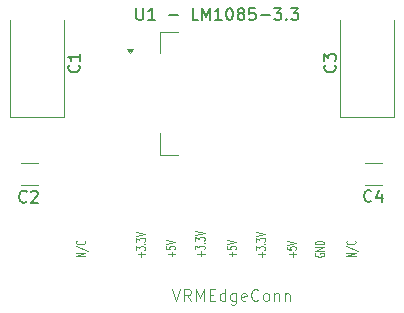
<source format=gbr>
%TF.GenerationSoftware,KiCad,Pcbnew,8.0.1*%
%TF.CreationDate,2024-05-13T16:53:06-04:00*%
%TF.ProjectId,LM1085,4c4d3130-3835-42e6-9b69-6361645f7063,rev?*%
%TF.SameCoordinates,Original*%
%TF.FileFunction,Legend,Top*%
%TF.FilePolarity,Positive*%
%FSLAX46Y46*%
G04 Gerber Fmt 4.6, Leading zero omitted, Abs format (unit mm)*
G04 Created by KiCad (PCBNEW 8.0.1) date 2024-05-13 16:53:06*
%MOMM*%
%LPD*%
G01*
G04 APERTURE LIST*
%ADD10C,0.100000*%
%ADD11C,0.150000*%
%ADD12C,0.120000*%
G04 APERTURE END LIST*
D10*
X156173293Y-117993342D02*
X156173293Y-117612390D01*
X156478055Y-117802866D02*
X155868531Y-117802866D01*
X155678055Y-117421913D02*
X155678055Y-117112389D01*
X155678055Y-117112389D02*
X155982817Y-117279056D01*
X155982817Y-117279056D02*
X155982817Y-117207627D01*
X155982817Y-117207627D02*
X156020912Y-117160008D01*
X156020912Y-117160008D02*
X156059007Y-117136199D01*
X156059007Y-117136199D02*
X156135198Y-117112389D01*
X156135198Y-117112389D02*
X156325674Y-117112389D01*
X156325674Y-117112389D02*
X156401864Y-117136199D01*
X156401864Y-117136199D02*
X156439960Y-117160008D01*
X156439960Y-117160008D02*
X156478055Y-117207627D01*
X156478055Y-117207627D02*
X156478055Y-117350484D01*
X156478055Y-117350484D02*
X156439960Y-117398103D01*
X156439960Y-117398103D02*
X156401864Y-117421913D01*
X156401864Y-116898104D02*
X156439960Y-116874294D01*
X156439960Y-116874294D02*
X156478055Y-116898104D01*
X156478055Y-116898104D02*
X156439960Y-116921913D01*
X156439960Y-116921913D02*
X156401864Y-116898104D01*
X156401864Y-116898104D02*
X156478055Y-116898104D01*
X155678055Y-116707628D02*
X155678055Y-116398104D01*
X155678055Y-116398104D02*
X155982817Y-116564771D01*
X155982817Y-116564771D02*
X155982817Y-116493342D01*
X155982817Y-116493342D02*
X156020912Y-116445723D01*
X156020912Y-116445723D02*
X156059007Y-116421914D01*
X156059007Y-116421914D02*
X156135198Y-116398104D01*
X156135198Y-116398104D02*
X156325674Y-116398104D01*
X156325674Y-116398104D02*
X156401864Y-116421914D01*
X156401864Y-116421914D02*
X156439960Y-116445723D01*
X156439960Y-116445723D02*
X156478055Y-116493342D01*
X156478055Y-116493342D02*
X156478055Y-116636199D01*
X156478055Y-116636199D02*
X156439960Y-116683818D01*
X156439960Y-116683818D02*
X156401864Y-116707628D01*
X155678055Y-116255247D02*
X156478055Y-116088581D01*
X156478055Y-116088581D02*
X155678055Y-115921914D01*
X151039633Y-117925163D02*
X151039633Y-117544211D01*
X151344395Y-117734687D02*
X150734871Y-117734687D01*
X150544395Y-117353734D02*
X150544395Y-117044210D01*
X150544395Y-117044210D02*
X150849157Y-117210877D01*
X150849157Y-117210877D02*
X150849157Y-117139448D01*
X150849157Y-117139448D02*
X150887252Y-117091829D01*
X150887252Y-117091829D02*
X150925347Y-117068020D01*
X150925347Y-117068020D02*
X151001538Y-117044210D01*
X151001538Y-117044210D02*
X151192014Y-117044210D01*
X151192014Y-117044210D02*
X151268204Y-117068020D01*
X151268204Y-117068020D02*
X151306300Y-117091829D01*
X151306300Y-117091829D02*
X151344395Y-117139448D01*
X151344395Y-117139448D02*
X151344395Y-117282305D01*
X151344395Y-117282305D02*
X151306300Y-117329924D01*
X151306300Y-117329924D02*
X151268204Y-117353734D01*
X151268204Y-116829925D02*
X151306300Y-116806115D01*
X151306300Y-116806115D02*
X151344395Y-116829925D01*
X151344395Y-116829925D02*
X151306300Y-116853734D01*
X151306300Y-116853734D02*
X151268204Y-116829925D01*
X151268204Y-116829925D02*
X151344395Y-116829925D01*
X150544395Y-116639449D02*
X150544395Y-116329925D01*
X150544395Y-116329925D02*
X150849157Y-116496592D01*
X150849157Y-116496592D02*
X150849157Y-116425163D01*
X150849157Y-116425163D02*
X150887252Y-116377544D01*
X150887252Y-116377544D02*
X150925347Y-116353735D01*
X150925347Y-116353735D02*
X151001538Y-116329925D01*
X151001538Y-116329925D02*
X151192014Y-116329925D01*
X151192014Y-116329925D02*
X151268204Y-116353735D01*
X151268204Y-116353735D02*
X151306300Y-116377544D01*
X151306300Y-116377544D02*
X151344395Y-116425163D01*
X151344395Y-116425163D02*
X151344395Y-116568020D01*
X151344395Y-116568020D02*
X151306300Y-116615639D01*
X151306300Y-116615639D02*
X151268204Y-116639449D01*
X150544395Y-116187068D02*
X151344395Y-116020402D01*
X151344395Y-116020402D02*
X150544395Y-115853735D01*
X146002156Y-117993342D02*
X146002156Y-117612390D01*
X146306918Y-117802866D02*
X145697394Y-117802866D01*
X145506918Y-117421913D02*
X145506918Y-117112389D01*
X145506918Y-117112389D02*
X145811680Y-117279056D01*
X145811680Y-117279056D02*
X145811680Y-117207627D01*
X145811680Y-117207627D02*
X145849775Y-117160008D01*
X145849775Y-117160008D02*
X145887870Y-117136199D01*
X145887870Y-117136199D02*
X145964061Y-117112389D01*
X145964061Y-117112389D02*
X146154537Y-117112389D01*
X146154537Y-117112389D02*
X146230727Y-117136199D01*
X146230727Y-117136199D02*
X146268823Y-117160008D01*
X146268823Y-117160008D02*
X146306918Y-117207627D01*
X146306918Y-117207627D02*
X146306918Y-117350484D01*
X146306918Y-117350484D02*
X146268823Y-117398103D01*
X146268823Y-117398103D02*
X146230727Y-117421913D01*
X146230727Y-116898104D02*
X146268823Y-116874294D01*
X146268823Y-116874294D02*
X146306918Y-116898104D01*
X146306918Y-116898104D02*
X146268823Y-116921913D01*
X146268823Y-116921913D02*
X146230727Y-116898104D01*
X146230727Y-116898104D02*
X146306918Y-116898104D01*
X145506918Y-116707628D02*
X145506918Y-116398104D01*
X145506918Y-116398104D02*
X145811680Y-116564771D01*
X145811680Y-116564771D02*
X145811680Y-116493342D01*
X145811680Y-116493342D02*
X145849775Y-116445723D01*
X145849775Y-116445723D02*
X145887870Y-116421914D01*
X145887870Y-116421914D02*
X145964061Y-116398104D01*
X145964061Y-116398104D02*
X146154537Y-116398104D01*
X146154537Y-116398104D02*
X146230727Y-116421914D01*
X146230727Y-116421914D02*
X146268823Y-116445723D01*
X146268823Y-116445723D02*
X146306918Y-116493342D01*
X146306918Y-116493342D02*
X146306918Y-116636199D01*
X146306918Y-116636199D02*
X146268823Y-116683818D01*
X146268823Y-116683818D02*
X146230727Y-116707628D01*
X145506918Y-116255247D02*
X146306918Y-116088581D01*
X146306918Y-116088581D02*
X145506918Y-115921914D01*
X148551250Y-117968103D02*
X148551250Y-117587151D01*
X148856012Y-117777627D02*
X148246488Y-117777627D01*
X148056012Y-117110960D02*
X148056012Y-117349055D01*
X148056012Y-117349055D02*
X148436964Y-117372864D01*
X148436964Y-117372864D02*
X148398869Y-117349055D01*
X148398869Y-117349055D02*
X148360774Y-117301436D01*
X148360774Y-117301436D02*
X148360774Y-117182388D01*
X148360774Y-117182388D02*
X148398869Y-117134769D01*
X148398869Y-117134769D02*
X148436964Y-117110960D01*
X148436964Y-117110960D02*
X148513155Y-117087150D01*
X148513155Y-117087150D02*
X148703631Y-117087150D01*
X148703631Y-117087150D02*
X148779821Y-117110960D01*
X148779821Y-117110960D02*
X148817917Y-117134769D01*
X148817917Y-117134769D02*
X148856012Y-117182388D01*
X148856012Y-117182388D02*
X148856012Y-117301436D01*
X148856012Y-117301436D02*
X148817917Y-117349055D01*
X148817917Y-117349055D02*
X148779821Y-117372864D01*
X148056012Y-116944293D02*
X148856012Y-116777627D01*
X148856012Y-116777627D02*
X148056012Y-116610960D01*
X153699915Y-117968103D02*
X153699915Y-117587151D01*
X154004677Y-117777627D02*
X153395153Y-117777627D01*
X153204677Y-117110960D02*
X153204677Y-117349055D01*
X153204677Y-117349055D02*
X153585629Y-117372864D01*
X153585629Y-117372864D02*
X153547534Y-117349055D01*
X153547534Y-117349055D02*
X153509439Y-117301436D01*
X153509439Y-117301436D02*
X153509439Y-117182388D01*
X153509439Y-117182388D02*
X153547534Y-117134769D01*
X153547534Y-117134769D02*
X153585629Y-117110960D01*
X153585629Y-117110960D02*
X153661820Y-117087150D01*
X153661820Y-117087150D02*
X153852296Y-117087150D01*
X153852296Y-117087150D02*
X153928486Y-117110960D01*
X153928486Y-117110960D02*
X153966582Y-117134769D01*
X153966582Y-117134769D02*
X154004677Y-117182388D01*
X154004677Y-117182388D02*
X154004677Y-117301436D01*
X154004677Y-117301436D02*
X153966582Y-117349055D01*
X153966582Y-117349055D02*
X153928486Y-117372864D01*
X153204677Y-116944293D02*
X154004677Y-116777627D01*
X154004677Y-116777627D02*
X153204677Y-116610960D01*
X158798103Y-117993342D02*
X158798103Y-117612390D01*
X159102865Y-117802866D02*
X158493341Y-117802866D01*
X158302865Y-117136199D02*
X158302865Y-117374294D01*
X158302865Y-117374294D02*
X158683817Y-117398103D01*
X158683817Y-117398103D02*
X158645722Y-117374294D01*
X158645722Y-117374294D02*
X158607627Y-117326675D01*
X158607627Y-117326675D02*
X158607627Y-117207627D01*
X158607627Y-117207627D02*
X158645722Y-117160008D01*
X158645722Y-117160008D02*
X158683817Y-117136199D01*
X158683817Y-117136199D02*
X158760008Y-117112389D01*
X158760008Y-117112389D02*
X158950484Y-117112389D01*
X158950484Y-117112389D02*
X159026674Y-117136199D01*
X159026674Y-117136199D02*
X159064770Y-117160008D01*
X159064770Y-117160008D02*
X159102865Y-117207627D01*
X159102865Y-117207627D02*
X159102865Y-117326675D01*
X159102865Y-117326675D02*
X159064770Y-117374294D01*
X159064770Y-117374294D02*
X159026674Y-117398103D01*
X158302865Y-116969532D02*
X159102865Y-116802866D01*
X159102865Y-116802866D02*
X158302865Y-116636199D01*
X160713384Y-117706198D02*
X160675289Y-117753817D01*
X160675289Y-117753817D02*
X160675289Y-117825246D01*
X160675289Y-117825246D02*
X160713384Y-117896674D01*
X160713384Y-117896674D02*
X160789574Y-117944293D01*
X160789574Y-117944293D02*
X160865765Y-117968103D01*
X160865765Y-117968103D02*
X161018146Y-117991912D01*
X161018146Y-117991912D02*
X161132432Y-117991912D01*
X161132432Y-117991912D02*
X161284813Y-117968103D01*
X161284813Y-117968103D02*
X161361003Y-117944293D01*
X161361003Y-117944293D02*
X161437194Y-117896674D01*
X161437194Y-117896674D02*
X161475289Y-117825246D01*
X161475289Y-117825246D02*
X161475289Y-117777627D01*
X161475289Y-117777627D02*
X161437194Y-117706198D01*
X161437194Y-117706198D02*
X161399098Y-117682389D01*
X161399098Y-117682389D02*
X161132432Y-117682389D01*
X161132432Y-117682389D02*
X161132432Y-117777627D01*
X161475289Y-117468103D02*
X160675289Y-117468103D01*
X160675289Y-117468103D02*
X161475289Y-117182389D01*
X161475289Y-117182389D02*
X160675289Y-117182389D01*
X161475289Y-116944293D02*
X160675289Y-116944293D01*
X160675289Y-116944293D02*
X160675289Y-116825245D01*
X160675289Y-116825245D02*
X160713384Y-116753817D01*
X160713384Y-116753817D02*
X160789574Y-116706198D01*
X160789574Y-116706198D02*
X160865765Y-116682388D01*
X160865765Y-116682388D02*
X161018146Y-116658579D01*
X161018146Y-116658579D02*
X161132432Y-116658579D01*
X161132432Y-116658579D02*
X161284813Y-116682388D01*
X161284813Y-116682388D02*
X161361003Y-116706198D01*
X161361003Y-116706198D02*
X161437194Y-116753817D01*
X161437194Y-116753817D02*
X161475289Y-116825245D01*
X161475289Y-116825245D02*
X161475289Y-116944293D01*
X164125337Y-117968103D02*
X163325337Y-117968103D01*
X163325337Y-117968103D02*
X164125337Y-117682389D01*
X164125337Y-117682389D02*
X163325337Y-117682389D01*
X163287242Y-117087150D02*
X164315813Y-117515721D01*
X164049146Y-116634769D02*
X164087242Y-116658578D01*
X164087242Y-116658578D02*
X164125337Y-116730007D01*
X164125337Y-116730007D02*
X164125337Y-116777626D01*
X164125337Y-116777626D02*
X164087242Y-116849054D01*
X164087242Y-116849054D02*
X164011051Y-116896673D01*
X164011051Y-116896673D02*
X163934861Y-116920483D01*
X163934861Y-116920483D02*
X163782480Y-116944292D01*
X163782480Y-116944292D02*
X163668194Y-116944292D01*
X163668194Y-116944292D02*
X163515813Y-116920483D01*
X163515813Y-116920483D02*
X163439622Y-116896673D01*
X163439622Y-116896673D02*
X163363432Y-116849054D01*
X163363432Y-116849054D02*
X163325337Y-116777626D01*
X163325337Y-116777626D02*
X163325337Y-116730007D01*
X163325337Y-116730007D02*
X163363432Y-116658578D01*
X163363432Y-116658578D02*
X163401527Y-116634769D01*
X141259207Y-117968103D02*
X140459207Y-117968103D01*
X140459207Y-117968103D02*
X141259207Y-117682389D01*
X141259207Y-117682389D02*
X140459207Y-117682389D01*
X140421112Y-117087150D02*
X141449683Y-117515721D01*
X141183016Y-116634769D02*
X141221112Y-116658578D01*
X141221112Y-116658578D02*
X141259207Y-116730007D01*
X141259207Y-116730007D02*
X141259207Y-116777626D01*
X141259207Y-116777626D02*
X141221112Y-116849054D01*
X141221112Y-116849054D02*
X141144921Y-116896673D01*
X141144921Y-116896673D02*
X141068731Y-116920483D01*
X141068731Y-116920483D02*
X140916350Y-116944292D01*
X140916350Y-116944292D02*
X140802064Y-116944292D01*
X140802064Y-116944292D02*
X140649683Y-116920483D01*
X140649683Y-116920483D02*
X140573492Y-116896673D01*
X140573492Y-116896673D02*
X140497302Y-116849054D01*
X140497302Y-116849054D02*
X140459207Y-116777626D01*
X140459207Y-116777626D02*
X140459207Y-116730007D01*
X140459207Y-116730007D02*
X140497302Y-116658578D01*
X140497302Y-116658578D02*
X140535397Y-116634769D01*
D11*
X140694580Y-101766666D02*
X140742200Y-101814285D01*
X140742200Y-101814285D02*
X140789819Y-101957142D01*
X140789819Y-101957142D02*
X140789819Y-102052380D01*
X140789819Y-102052380D02*
X140742200Y-102195237D01*
X140742200Y-102195237D02*
X140646961Y-102290475D01*
X140646961Y-102290475D02*
X140551723Y-102338094D01*
X140551723Y-102338094D02*
X140361247Y-102385713D01*
X140361247Y-102385713D02*
X140218390Y-102385713D01*
X140218390Y-102385713D02*
X140027914Y-102338094D01*
X140027914Y-102338094D02*
X139932676Y-102290475D01*
X139932676Y-102290475D02*
X139837438Y-102195237D01*
X139837438Y-102195237D02*
X139789819Y-102052380D01*
X139789819Y-102052380D02*
X139789819Y-101957142D01*
X139789819Y-101957142D02*
X139837438Y-101814285D01*
X139837438Y-101814285D02*
X139885057Y-101766666D01*
X140789819Y-100814285D02*
X140789819Y-101385713D01*
X140789819Y-101099999D02*
X139789819Y-101099999D01*
X139789819Y-101099999D02*
X139932676Y-101195237D01*
X139932676Y-101195237D02*
X140027914Y-101290475D01*
X140027914Y-101290475D02*
X140075533Y-101385713D01*
X136274127Y-113313378D02*
X136226508Y-113360998D01*
X136226508Y-113360998D02*
X136083651Y-113408617D01*
X136083651Y-113408617D02*
X135988413Y-113408617D01*
X135988413Y-113408617D02*
X135845556Y-113360998D01*
X135845556Y-113360998D02*
X135750318Y-113265759D01*
X135750318Y-113265759D02*
X135702699Y-113170521D01*
X135702699Y-113170521D02*
X135655080Y-112980045D01*
X135655080Y-112980045D02*
X135655080Y-112837188D01*
X135655080Y-112837188D02*
X135702699Y-112646712D01*
X135702699Y-112646712D02*
X135750318Y-112551474D01*
X135750318Y-112551474D02*
X135845556Y-112456236D01*
X135845556Y-112456236D02*
X135988413Y-112408617D01*
X135988413Y-112408617D02*
X136083651Y-112408617D01*
X136083651Y-112408617D02*
X136226508Y-112456236D01*
X136226508Y-112456236D02*
X136274127Y-112503855D01*
X136655080Y-112503855D02*
X136702699Y-112456236D01*
X136702699Y-112456236D02*
X136797937Y-112408617D01*
X136797937Y-112408617D02*
X137036032Y-112408617D01*
X137036032Y-112408617D02*
X137131270Y-112456236D01*
X137131270Y-112456236D02*
X137178889Y-112503855D01*
X137178889Y-112503855D02*
X137226508Y-112599093D01*
X137226508Y-112599093D02*
X137226508Y-112694331D01*
X137226508Y-112694331D02*
X137178889Y-112837188D01*
X137178889Y-112837188D02*
X136607461Y-113408617D01*
X136607461Y-113408617D02*
X137226508Y-113408617D01*
X162359580Y-101766666D02*
X162407200Y-101814285D01*
X162407200Y-101814285D02*
X162454819Y-101957142D01*
X162454819Y-101957142D02*
X162454819Y-102052380D01*
X162454819Y-102052380D02*
X162407200Y-102195237D01*
X162407200Y-102195237D02*
X162311961Y-102290475D01*
X162311961Y-102290475D02*
X162216723Y-102338094D01*
X162216723Y-102338094D02*
X162026247Y-102385713D01*
X162026247Y-102385713D02*
X161883390Y-102385713D01*
X161883390Y-102385713D02*
X161692914Y-102338094D01*
X161692914Y-102338094D02*
X161597676Y-102290475D01*
X161597676Y-102290475D02*
X161502438Y-102195237D01*
X161502438Y-102195237D02*
X161454819Y-102052380D01*
X161454819Y-102052380D02*
X161454819Y-101957142D01*
X161454819Y-101957142D02*
X161502438Y-101814285D01*
X161502438Y-101814285D02*
X161550057Y-101766666D01*
X161454819Y-101433332D02*
X161454819Y-100814285D01*
X161454819Y-100814285D02*
X161835771Y-101147618D01*
X161835771Y-101147618D02*
X161835771Y-101004761D01*
X161835771Y-101004761D02*
X161883390Y-100909523D01*
X161883390Y-100909523D02*
X161931009Y-100861904D01*
X161931009Y-100861904D02*
X162026247Y-100814285D01*
X162026247Y-100814285D02*
X162264342Y-100814285D01*
X162264342Y-100814285D02*
X162359580Y-100861904D01*
X162359580Y-100861904D02*
X162407200Y-100909523D01*
X162407200Y-100909523D02*
X162454819Y-101004761D01*
X162454819Y-101004761D02*
X162454819Y-101290475D01*
X162454819Y-101290475D02*
X162407200Y-101385713D01*
X162407200Y-101385713D02*
X162359580Y-101433332D01*
X165475134Y-113262901D02*
X165427515Y-113310521D01*
X165427515Y-113310521D02*
X165284658Y-113358140D01*
X165284658Y-113358140D02*
X165189420Y-113358140D01*
X165189420Y-113358140D02*
X165046563Y-113310521D01*
X165046563Y-113310521D02*
X164951325Y-113215282D01*
X164951325Y-113215282D02*
X164903706Y-113120044D01*
X164903706Y-113120044D02*
X164856087Y-112929568D01*
X164856087Y-112929568D02*
X164856087Y-112786711D01*
X164856087Y-112786711D02*
X164903706Y-112596235D01*
X164903706Y-112596235D02*
X164951325Y-112500997D01*
X164951325Y-112500997D02*
X165046563Y-112405759D01*
X165046563Y-112405759D02*
X165189420Y-112358140D01*
X165189420Y-112358140D02*
X165284658Y-112358140D01*
X165284658Y-112358140D02*
X165427515Y-112405759D01*
X165427515Y-112405759D02*
X165475134Y-112453378D01*
X166332277Y-112691473D02*
X166332277Y-113358140D01*
X166094182Y-112310521D02*
X165856087Y-113024806D01*
X165856087Y-113024806D02*
X166475134Y-113024806D01*
D10*
X148622381Y-120742419D02*
X148955714Y-121742419D01*
X148955714Y-121742419D02*
X149289047Y-120742419D01*
X150193809Y-121742419D02*
X149860476Y-121266228D01*
X149622381Y-121742419D02*
X149622381Y-120742419D01*
X149622381Y-120742419D02*
X150003333Y-120742419D01*
X150003333Y-120742419D02*
X150098571Y-120790038D01*
X150098571Y-120790038D02*
X150146190Y-120837657D01*
X150146190Y-120837657D02*
X150193809Y-120932895D01*
X150193809Y-120932895D02*
X150193809Y-121075752D01*
X150193809Y-121075752D02*
X150146190Y-121170990D01*
X150146190Y-121170990D02*
X150098571Y-121218609D01*
X150098571Y-121218609D02*
X150003333Y-121266228D01*
X150003333Y-121266228D02*
X149622381Y-121266228D01*
X150622381Y-121742419D02*
X150622381Y-120742419D01*
X150622381Y-120742419D02*
X150955714Y-121456704D01*
X150955714Y-121456704D02*
X151289047Y-120742419D01*
X151289047Y-120742419D02*
X151289047Y-121742419D01*
X151765238Y-121218609D02*
X152098571Y-121218609D01*
X152241428Y-121742419D02*
X151765238Y-121742419D01*
X151765238Y-121742419D02*
X151765238Y-120742419D01*
X151765238Y-120742419D02*
X152241428Y-120742419D01*
X153098571Y-121742419D02*
X153098571Y-120742419D01*
X153098571Y-121694800D02*
X153003333Y-121742419D01*
X153003333Y-121742419D02*
X152812857Y-121742419D01*
X152812857Y-121742419D02*
X152717619Y-121694800D01*
X152717619Y-121694800D02*
X152670000Y-121647180D01*
X152670000Y-121647180D02*
X152622381Y-121551942D01*
X152622381Y-121551942D02*
X152622381Y-121266228D01*
X152622381Y-121266228D02*
X152670000Y-121170990D01*
X152670000Y-121170990D02*
X152717619Y-121123371D01*
X152717619Y-121123371D02*
X152812857Y-121075752D01*
X152812857Y-121075752D02*
X153003333Y-121075752D01*
X153003333Y-121075752D02*
X153098571Y-121123371D01*
X154003333Y-121075752D02*
X154003333Y-121885276D01*
X154003333Y-121885276D02*
X153955714Y-121980514D01*
X153955714Y-121980514D02*
X153908095Y-122028133D01*
X153908095Y-122028133D02*
X153812857Y-122075752D01*
X153812857Y-122075752D02*
X153670000Y-122075752D01*
X153670000Y-122075752D02*
X153574762Y-122028133D01*
X154003333Y-121694800D02*
X153908095Y-121742419D01*
X153908095Y-121742419D02*
X153717619Y-121742419D01*
X153717619Y-121742419D02*
X153622381Y-121694800D01*
X153622381Y-121694800D02*
X153574762Y-121647180D01*
X153574762Y-121647180D02*
X153527143Y-121551942D01*
X153527143Y-121551942D02*
X153527143Y-121266228D01*
X153527143Y-121266228D02*
X153574762Y-121170990D01*
X153574762Y-121170990D02*
X153622381Y-121123371D01*
X153622381Y-121123371D02*
X153717619Y-121075752D01*
X153717619Y-121075752D02*
X153908095Y-121075752D01*
X153908095Y-121075752D02*
X154003333Y-121123371D01*
X154860476Y-121694800D02*
X154765238Y-121742419D01*
X154765238Y-121742419D02*
X154574762Y-121742419D01*
X154574762Y-121742419D02*
X154479524Y-121694800D01*
X154479524Y-121694800D02*
X154431905Y-121599561D01*
X154431905Y-121599561D02*
X154431905Y-121218609D01*
X154431905Y-121218609D02*
X154479524Y-121123371D01*
X154479524Y-121123371D02*
X154574762Y-121075752D01*
X154574762Y-121075752D02*
X154765238Y-121075752D01*
X154765238Y-121075752D02*
X154860476Y-121123371D01*
X154860476Y-121123371D02*
X154908095Y-121218609D01*
X154908095Y-121218609D02*
X154908095Y-121313847D01*
X154908095Y-121313847D02*
X154431905Y-121409085D01*
X155908095Y-121647180D02*
X155860476Y-121694800D01*
X155860476Y-121694800D02*
X155717619Y-121742419D01*
X155717619Y-121742419D02*
X155622381Y-121742419D01*
X155622381Y-121742419D02*
X155479524Y-121694800D01*
X155479524Y-121694800D02*
X155384286Y-121599561D01*
X155384286Y-121599561D02*
X155336667Y-121504323D01*
X155336667Y-121504323D02*
X155289048Y-121313847D01*
X155289048Y-121313847D02*
X155289048Y-121170990D01*
X155289048Y-121170990D02*
X155336667Y-120980514D01*
X155336667Y-120980514D02*
X155384286Y-120885276D01*
X155384286Y-120885276D02*
X155479524Y-120790038D01*
X155479524Y-120790038D02*
X155622381Y-120742419D01*
X155622381Y-120742419D02*
X155717619Y-120742419D01*
X155717619Y-120742419D02*
X155860476Y-120790038D01*
X155860476Y-120790038D02*
X155908095Y-120837657D01*
X156479524Y-121742419D02*
X156384286Y-121694800D01*
X156384286Y-121694800D02*
X156336667Y-121647180D01*
X156336667Y-121647180D02*
X156289048Y-121551942D01*
X156289048Y-121551942D02*
X156289048Y-121266228D01*
X156289048Y-121266228D02*
X156336667Y-121170990D01*
X156336667Y-121170990D02*
X156384286Y-121123371D01*
X156384286Y-121123371D02*
X156479524Y-121075752D01*
X156479524Y-121075752D02*
X156622381Y-121075752D01*
X156622381Y-121075752D02*
X156717619Y-121123371D01*
X156717619Y-121123371D02*
X156765238Y-121170990D01*
X156765238Y-121170990D02*
X156812857Y-121266228D01*
X156812857Y-121266228D02*
X156812857Y-121551942D01*
X156812857Y-121551942D02*
X156765238Y-121647180D01*
X156765238Y-121647180D02*
X156717619Y-121694800D01*
X156717619Y-121694800D02*
X156622381Y-121742419D01*
X156622381Y-121742419D02*
X156479524Y-121742419D01*
X157241429Y-121075752D02*
X157241429Y-121742419D01*
X157241429Y-121170990D02*
X157289048Y-121123371D01*
X157289048Y-121123371D02*
X157384286Y-121075752D01*
X157384286Y-121075752D02*
X157527143Y-121075752D01*
X157527143Y-121075752D02*
X157622381Y-121123371D01*
X157622381Y-121123371D02*
X157670000Y-121218609D01*
X157670000Y-121218609D02*
X157670000Y-121742419D01*
X158146191Y-121075752D02*
X158146191Y-121742419D01*
X158146191Y-121170990D02*
X158193810Y-121123371D01*
X158193810Y-121123371D02*
X158289048Y-121075752D01*
X158289048Y-121075752D02*
X158431905Y-121075752D01*
X158431905Y-121075752D02*
X158527143Y-121123371D01*
X158527143Y-121123371D02*
X158574762Y-121218609D01*
X158574762Y-121218609D02*
X158574762Y-121742419D01*
D11*
X145566667Y-96944819D02*
X145566667Y-97754342D01*
X145566667Y-97754342D02*
X145614286Y-97849580D01*
X145614286Y-97849580D02*
X145661905Y-97897200D01*
X145661905Y-97897200D02*
X145757143Y-97944819D01*
X145757143Y-97944819D02*
X145947619Y-97944819D01*
X145947619Y-97944819D02*
X146042857Y-97897200D01*
X146042857Y-97897200D02*
X146090476Y-97849580D01*
X146090476Y-97849580D02*
X146138095Y-97754342D01*
X146138095Y-97754342D02*
X146138095Y-96944819D01*
X147138095Y-97944819D02*
X146566667Y-97944819D01*
X146852381Y-97944819D02*
X146852381Y-96944819D01*
X146852381Y-96944819D02*
X146757143Y-97087676D01*
X146757143Y-97087676D02*
X146661905Y-97182914D01*
X146661905Y-97182914D02*
X146566667Y-97230533D01*
X148328572Y-97563866D02*
X149090477Y-97563866D01*
X150804762Y-97944819D02*
X150328572Y-97944819D01*
X150328572Y-97944819D02*
X150328572Y-96944819D01*
X151138096Y-97944819D02*
X151138096Y-96944819D01*
X151138096Y-96944819D02*
X151471429Y-97659104D01*
X151471429Y-97659104D02*
X151804762Y-96944819D01*
X151804762Y-96944819D02*
X151804762Y-97944819D01*
X152804762Y-97944819D02*
X152233334Y-97944819D01*
X152519048Y-97944819D02*
X152519048Y-96944819D01*
X152519048Y-96944819D02*
X152423810Y-97087676D01*
X152423810Y-97087676D02*
X152328572Y-97182914D01*
X152328572Y-97182914D02*
X152233334Y-97230533D01*
X153423810Y-96944819D02*
X153519048Y-96944819D01*
X153519048Y-96944819D02*
X153614286Y-96992438D01*
X153614286Y-96992438D02*
X153661905Y-97040057D01*
X153661905Y-97040057D02*
X153709524Y-97135295D01*
X153709524Y-97135295D02*
X153757143Y-97325771D01*
X153757143Y-97325771D02*
X153757143Y-97563866D01*
X153757143Y-97563866D02*
X153709524Y-97754342D01*
X153709524Y-97754342D02*
X153661905Y-97849580D01*
X153661905Y-97849580D02*
X153614286Y-97897200D01*
X153614286Y-97897200D02*
X153519048Y-97944819D01*
X153519048Y-97944819D02*
X153423810Y-97944819D01*
X153423810Y-97944819D02*
X153328572Y-97897200D01*
X153328572Y-97897200D02*
X153280953Y-97849580D01*
X153280953Y-97849580D02*
X153233334Y-97754342D01*
X153233334Y-97754342D02*
X153185715Y-97563866D01*
X153185715Y-97563866D02*
X153185715Y-97325771D01*
X153185715Y-97325771D02*
X153233334Y-97135295D01*
X153233334Y-97135295D02*
X153280953Y-97040057D01*
X153280953Y-97040057D02*
X153328572Y-96992438D01*
X153328572Y-96992438D02*
X153423810Y-96944819D01*
X154328572Y-97373390D02*
X154233334Y-97325771D01*
X154233334Y-97325771D02*
X154185715Y-97278152D01*
X154185715Y-97278152D02*
X154138096Y-97182914D01*
X154138096Y-97182914D02*
X154138096Y-97135295D01*
X154138096Y-97135295D02*
X154185715Y-97040057D01*
X154185715Y-97040057D02*
X154233334Y-96992438D01*
X154233334Y-96992438D02*
X154328572Y-96944819D01*
X154328572Y-96944819D02*
X154519048Y-96944819D01*
X154519048Y-96944819D02*
X154614286Y-96992438D01*
X154614286Y-96992438D02*
X154661905Y-97040057D01*
X154661905Y-97040057D02*
X154709524Y-97135295D01*
X154709524Y-97135295D02*
X154709524Y-97182914D01*
X154709524Y-97182914D02*
X154661905Y-97278152D01*
X154661905Y-97278152D02*
X154614286Y-97325771D01*
X154614286Y-97325771D02*
X154519048Y-97373390D01*
X154519048Y-97373390D02*
X154328572Y-97373390D01*
X154328572Y-97373390D02*
X154233334Y-97421009D01*
X154233334Y-97421009D02*
X154185715Y-97468628D01*
X154185715Y-97468628D02*
X154138096Y-97563866D01*
X154138096Y-97563866D02*
X154138096Y-97754342D01*
X154138096Y-97754342D02*
X154185715Y-97849580D01*
X154185715Y-97849580D02*
X154233334Y-97897200D01*
X154233334Y-97897200D02*
X154328572Y-97944819D01*
X154328572Y-97944819D02*
X154519048Y-97944819D01*
X154519048Y-97944819D02*
X154614286Y-97897200D01*
X154614286Y-97897200D02*
X154661905Y-97849580D01*
X154661905Y-97849580D02*
X154709524Y-97754342D01*
X154709524Y-97754342D02*
X154709524Y-97563866D01*
X154709524Y-97563866D02*
X154661905Y-97468628D01*
X154661905Y-97468628D02*
X154614286Y-97421009D01*
X154614286Y-97421009D02*
X154519048Y-97373390D01*
X155614286Y-96944819D02*
X155138096Y-96944819D01*
X155138096Y-96944819D02*
X155090477Y-97421009D01*
X155090477Y-97421009D02*
X155138096Y-97373390D01*
X155138096Y-97373390D02*
X155233334Y-97325771D01*
X155233334Y-97325771D02*
X155471429Y-97325771D01*
X155471429Y-97325771D02*
X155566667Y-97373390D01*
X155566667Y-97373390D02*
X155614286Y-97421009D01*
X155614286Y-97421009D02*
X155661905Y-97516247D01*
X155661905Y-97516247D02*
X155661905Y-97754342D01*
X155661905Y-97754342D02*
X155614286Y-97849580D01*
X155614286Y-97849580D02*
X155566667Y-97897200D01*
X155566667Y-97897200D02*
X155471429Y-97944819D01*
X155471429Y-97944819D02*
X155233334Y-97944819D01*
X155233334Y-97944819D02*
X155138096Y-97897200D01*
X155138096Y-97897200D02*
X155090477Y-97849580D01*
X156090477Y-97563866D02*
X156852382Y-97563866D01*
X157233334Y-96944819D02*
X157852381Y-96944819D01*
X157852381Y-96944819D02*
X157519048Y-97325771D01*
X157519048Y-97325771D02*
X157661905Y-97325771D01*
X157661905Y-97325771D02*
X157757143Y-97373390D01*
X157757143Y-97373390D02*
X157804762Y-97421009D01*
X157804762Y-97421009D02*
X157852381Y-97516247D01*
X157852381Y-97516247D02*
X157852381Y-97754342D01*
X157852381Y-97754342D02*
X157804762Y-97849580D01*
X157804762Y-97849580D02*
X157757143Y-97897200D01*
X157757143Y-97897200D02*
X157661905Y-97944819D01*
X157661905Y-97944819D02*
X157376191Y-97944819D01*
X157376191Y-97944819D02*
X157280953Y-97897200D01*
X157280953Y-97897200D02*
X157233334Y-97849580D01*
X158280953Y-97849580D02*
X158328572Y-97897200D01*
X158328572Y-97897200D02*
X158280953Y-97944819D01*
X158280953Y-97944819D02*
X158233334Y-97897200D01*
X158233334Y-97897200D02*
X158280953Y-97849580D01*
X158280953Y-97849580D02*
X158280953Y-97944819D01*
X158661905Y-96944819D02*
X159280952Y-96944819D01*
X159280952Y-96944819D02*
X158947619Y-97325771D01*
X158947619Y-97325771D02*
X159090476Y-97325771D01*
X159090476Y-97325771D02*
X159185714Y-97373390D01*
X159185714Y-97373390D02*
X159233333Y-97421009D01*
X159233333Y-97421009D02*
X159280952Y-97516247D01*
X159280952Y-97516247D02*
X159280952Y-97754342D01*
X159280952Y-97754342D02*
X159233333Y-97849580D01*
X159233333Y-97849580D02*
X159185714Y-97897200D01*
X159185714Y-97897200D02*
X159090476Y-97944819D01*
X159090476Y-97944819D02*
X158804762Y-97944819D01*
X158804762Y-97944819D02*
X158709524Y-97897200D01*
X158709524Y-97897200D02*
X158661905Y-97849580D01*
D12*
%TO.C,C1*%
X134900000Y-97950000D02*
X134900000Y-106185000D01*
X134900000Y-106185000D02*
X139420000Y-106185000D01*
X139420000Y-106185000D02*
X139420000Y-97950000D01*
%TO.C,C2*%
X137211252Y-110090000D02*
X135788748Y-110090000D01*
X137211252Y-111910000D02*
X135788748Y-111910000D01*
%TO.C,C3*%
X162840000Y-97950000D02*
X162840000Y-106185000D01*
X162840000Y-106185000D02*
X167360000Y-106185000D01*
X167360000Y-106185000D02*
X167360000Y-97950000D01*
%TO.C,C4*%
X164928748Y-110090000D02*
X166351252Y-110090000D01*
X164928748Y-111910000D02*
X166351252Y-111910000D01*
%TO.C,U1 - LM1085-3.3*%
X147575000Y-98940000D02*
X147575000Y-100750000D01*
X147575000Y-109340000D02*
X147575000Y-107530000D01*
X149075000Y-98940000D02*
X147575000Y-98940000D01*
X149075000Y-109340000D02*
X147575000Y-109340000D01*
X145012500Y-100750000D02*
X144772500Y-100420000D01*
X145252500Y-100420000D01*
X145012500Y-100750000D01*
G36*
X145012500Y-100750000D02*
G01*
X144772500Y-100420000D01*
X145252500Y-100420000D01*
X145012500Y-100750000D01*
G37*
%TD*%
M02*

</source>
